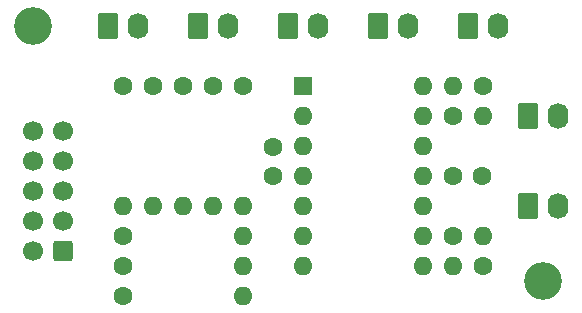
<source format=gbr>
%TF.GenerationSoftware,KiCad,Pcbnew,(6.0.5)*%
%TF.CreationDate,2022-06-03T17:18:30-04:00*%
%TF.ProjectId,minimixer,6d696e69-6d69-4786-9572-2e6b69636164,rev?*%
%TF.SameCoordinates,Original*%
%TF.FileFunction,Soldermask,Top*%
%TF.FilePolarity,Negative*%
%FSLAX46Y46*%
G04 Gerber Fmt 4.6, Leading zero omitted, Abs format (unit mm)*
G04 Created by KiCad (PCBNEW (6.0.5)) date 2022-06-03 17:18:30*
%MOMM*%
%LPD*%
G01*
G04 APERTURE LIST*
G04 Aperture macros list*
%AMRoundRect*
0 Rectangle with rounded corners*
0 $1 Rounding radius*
0 $2 $3 $4 $5 $6 $7 $8 $9 X,Y pos of 4 corners*
0 Add a 4 corners polygon primitive as box body*
4,1,4,$2,$3,$4,$5,$6,$7,$8,$9,$2,$3,0*
0 Add four circle primitives for the rounded corners*
1,1,$1+$1,$2,$3*
1,1,$1+$1,$4,$5*
1,1,$1+$1,$6,$7*
1,1,$1+$1,$8,$9*
0 Add four rect primitives between the rounded corners*
20,1,$1+$1,$2,$3,$4,$5,0*
20,1,$1+$1,$4,$5,$6,$7,0*
20,1,$1+$1,$6,$7,$8,$9,0*
20,1,$1+$1,$8,$9,$2,$3,0*%
G04 Aperture macros list end*
%ADD10C,1.600000*%
%ADD11O,1.600000X1.600000*%
%ADD12RoundRect,0.250000X-0.620000X-0.845000X0.620000X-0.845000X0.620000X0.845000X-0.620000X0.845000X0*%
%ADD13O,1.740000X2.190000*%
%ADD14C,3.200000*%
%ADD15RoundRect,0.250000X0.600000X0.600000X-0.600000X0.600000X-0.600000X-0.600000X0.600000X-0.600000X0*%
%ADD16C,1.700000*%
%ADD17R,1.600000X1.600000*%
G04 APERTURE END LIST*
D10*
%TO.C,R2*%
X77470000Y-139700000D03*
D11*
X77470000Y-149860000D03*
%TD*%
D10*
%TO.C,R3*%
X80010000Y-139700000D03*
D11*
X80010000Y-149860000D03*
%TD*%
D12*
%TO.C,J3*%
X88900000Y-134620000D03*
D13*
X91440000Y-134620000D03*
%TD*%
D12*
%TO.C,J6*%
X109220000Y-142240000D03*
D13*
X111760000Y-142240000D03*
%TD*%
D10*
%TO.C,R12*%
X105410000Y-154940000D03*
D11*
X105410000Y-152400000D03*
%TD*%
D12*
%TO.C,J2*%
X81280000Y-134620000D03*
D13*
X83820000Y-134620000D03*
%TD*%
D10*
%TO.C,R1*%
X74930000Y-139700000D03*
D11*
X74930000Y-149860000D03*
%TD*%
D10*
%TO.C,R4*%
X82550000Y-139700000D03*
D11*
X82550000Y-149860000D03*
%TD*%
D10*
%TO.C,C1*%
X87630000Y-147320000D03*
X87630000Y-144820000D03*
%TD*%
%TO.C,R10*%
X74930000Y-154940000D03*
D11*
X85090000Y-154940000D03*
%TD*%
D14*
%TO.C,H1*%
X67310000Y-134620000D03*
%TD*%
D10*
%TO.C,R11*%
X102870000Y-152400000D03*
D11*
X102870000Y-154940000D03*
%TD*%
D10*
%TO.C,R6*%
X74930000Y-152400000D03*
D11*
X85090000Y-152400000D03*
%TD*%
D10*
%TO.C,R7*%
X74930000Y-157480000D03*
D11*
X85090000Y-157480000D03*
%TD*%
D15*
%TO.C,J7*%
X69850000Y-153670000D03*
D16*
X67310000Y-153670000D03*
X69850000Y-151130000D03*
X67310000Y-151130000D03*
X69850000Y-148590000D03*
X67310000Y-148590000D03*
X69850000Y-146050000D03*
X67310000Y-146050000D03*
X69850000Y-143510000D03*
X67310000Y-143510000D03*
%TD*%
D10*
%TO.C,R8*%
X102870000Y-142240000D03*
D11*
X102870000Y-139700000D03*
%TD*%
D10*
%TO.C,R9*%
X105410000Y-139700000D03*
D11*
X105410000Y-142240000D03*
%TD*%
D14*
%TO.C,H2*%
X110490000Y-156210000D03*
%TD*%
D12*
%TO.C,J5*%
X104140000Y-134620000D03*
D13*
X106680000Y-134620000D03*
%TD*%
D10*
%TO.C,R5*%
X85090000Y-139700000D03*
D11*
X85090000Y-149860000D03*
%TD*%
%TO.C,U1*%
X100310000Y-139695000D03*
X100310000Y-142235000D03*
X100310000Y-144775000D03*
X100310000Y-147315000D03*
X100310000Y-149855000D03*
X100310000Y-152395000D03*
X100310000Y-154935000D03*
X90150000Y-154935000D03*
X90150000Y-152395000D03*
X90150000Y-149855000D03*
X90150000Y-147315000D03*
X90150000Y-144775000D03*
X90150000Y-142235000D03*
D17*
X90150000Y-139695000D03*
%TD*%
D12*
%TO.C,J8*%
X109220000Y-149860000D03*
D13*
X111760000Y-149860000D03*
%TD*%
D12*
%TO.C,J4*%
X96520000Y-134620000D03*
D13*
X99060000Y-134620000D03*
%TD*%
D12*
%TO.C,J1*%
X73660000Y-134620000D03*
D13*
X76200000Y-134620000D03*
%TD*%
D10*
%TO.C,C2*%
X105370000Y-147320000D03*
X102870000Y-147320000D03*
%TD*%
M02*

</source>
